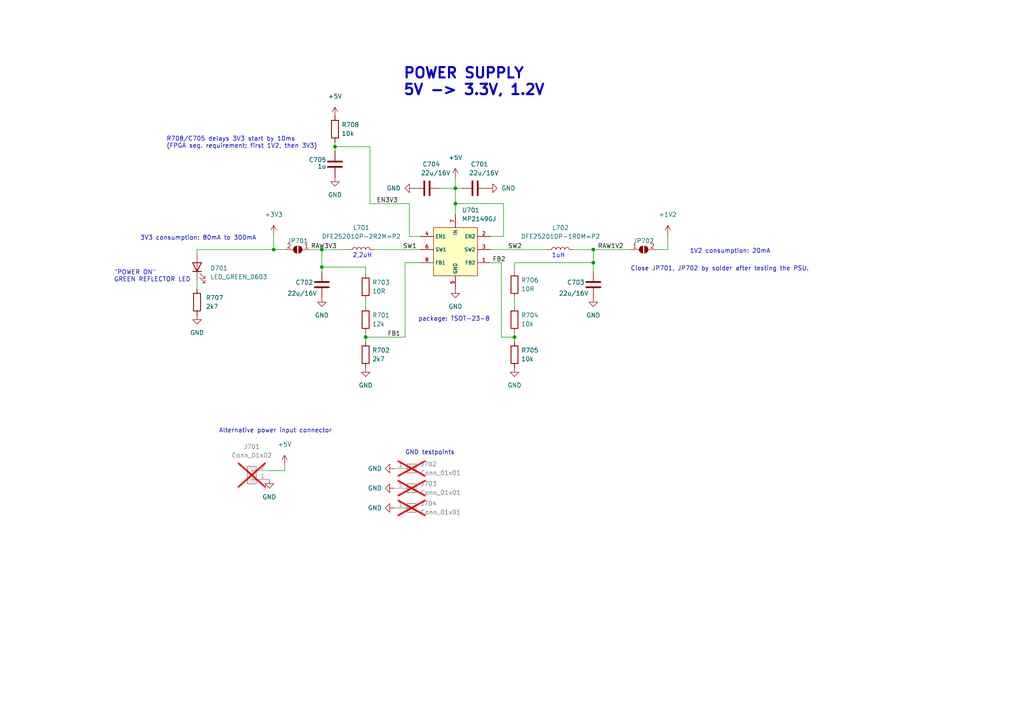
<source format=kicad_sch>
(kicad_sch (version 20230121) (generator eeschema)
  (paper "A4")
  (title_block (title "X65-SBC") (date "2024-02-12") (rev "revB1") (company "FOR X65.EU DESIGNED BY JSYKORA.INFO") (comment 1 "Power supplies 3.3V and 1.2V"))
  (lib_symbols
    (symbol "Connector_Generic:Conn_01x01" (pin_names (offset 1.016) hide)
      (property "Reference" "J" (at 0 2.54 0))
      (property "Value" "Conn_01x01" (at 0 -2.54 0))
      (symbol "Conn_01x01_1_1"
        (rectangle (start -1.27 0.127) (end 0 -0.127) (stroke (width 0.1524)))
        (rectangle (start -1.27 1.27) (end 1.27 -1.27) (stroke (width 0.254)) (fill (type background)))
        (pin passive line (at -5.08 0 0) (length 3.81) (name "Pin_1") (number "1"))
      )
    )
    (symbol "Connector_Generic:Conn_01x02" (pin_names (offset 1.016) hide)
      (property "Reference" "J" (at 0 2.54 0))
      (property "Value" "Conn_01x02" (at 0 -5.08 0))
      (symbol "Conn_01x02_1_1"
        (rectangle (start -1.27 -2.413) (end 0 -2.667) (stroke (width 0.1524)))
        (rectangle (start -1.27 0.127) (end 0 -0.127) (stroke (width 0.1524)))
        (rectangle (start -1.27 1.27) (end 1.27 -3.81) (stroke (width 0.254)) (fill (type background)))
        (pin passive line (at -5.08 0 0) (length 3.81) (name "Pin_1") (number "1"))
        (pin passive line (at -5.08 -2.54 0) (length 3.81) (name "Pin_2") (number "2"))
      )
    )
    (symbol "Device:C" (pin_numbers hide) (pin_names (offset 0.254))
      (property "Reference" "C" (at 0.635 2.54 0))
      (property "Value" "C" (at 0.635 -2.54 0))
      (symbol "C_0_1"
        (polyline (pts (xy -2.032 -0.762) (xy 2.032 -0.762)) (stroke (width 0.508)))
        (polyline (pts (xy -2.032 0.762) (xy 2.032 0.762)) (stroke (width 0.508)))
      )
      (symbol "C_1_1"
        (pin passive line (at 0 3.81 270) (length 2.794) (name "~") (number "1"))
        (pin passive line (at 0 -3.81 90) (length 2.794) (name "~") (number "2"))
      )
    )
    (symbol "Device:L" (pin_numbers hide) (pin_names (offset 1.016) hide)
      (property "Reference" "L" (at -1.27 0 90))
      (property "Value" "L" (at 1.905 0 90))
      (symbol "L_0_1"
        (arc (start 0 -2.54) (mid 0.6323 -1.905) (end 0 -1.27))
        (arc (start 0 -1.27) (mid 0.6323 -0.635) (end 0 0))
        (arc (start 0 0) (mid 0.6323 0.635) (end 0 1.27))
        (arc (start 0 1.27) (mid 0.6323 1.905) (end 0 2.54))
      )
      (symbol "L_1_1"
        (pin passive line (at 0 3.81 270) (length 1.27) (name "1") (number "1"))
        (pin passive line (at 0 -3.81 90) (length 1.27) (name "2") (number "2"))
      )
    )
    (symbol "Device:LED" (pin_numbers hide) (pin_names (offset 1.016) hide)
      (property "Reference" "D" (at 0 2.54 0))
      (property "Value" "LED" (at 0 -2.54 0))
      (symbol "LED_0_1"
        (polyline (pts (xy -1.27 -1.27) (xy -1.27 1.27)) (stroke (width 0.254)))
        (polyline (pts (xy -1.27 0) (xy 1.27 0)))
        (polyline (pts (xy 1.27 -1.27) (xy 1.27 1.27) (xy -1.27 0) (xy 1.27 -1.27)) (stroke (width 0.254)))
        (polyline (pts (xy -3.048 -0.762) (xy -4.572 -2.286) (xy -3.81 -2.286) (xy -4.572 -2.286) (xy -4.572 -1.524)))
        (polyline (pts (xy -1.778 -0.762) (xy -3.302 -2.286) (xy -2.54 -2.286) (xy -3.302 -2.286) (xy -3.302 -1.524)))
      )
      (symbol "LED_1_1"
        (pin passive line (at -3.81 0 0) (length 2.54) (name "K") (number "1"))
        (pin passive line (at 3.81 0 180) (length 2.54) (name "A") (number "2"))
      )
    )
    (symbol "Device:R" (pin_numbers hide) (pin_names (offset 0))
      (property "Reference" "R" (at 2.032 0 90))
      (property "Value" "R" (at 0 0 90))
      (symbol "R_0_1"
        (rectangle (start -1.016 -2.54) (end 1.016 2.54) (stroke (width 0.254)))
      )
      (symbol "R_1_1"
        (pin passive line (at 0 3.81 270) (length 1.27) (name "~") (number "1"))
        (pin passive line (at 0 -3.81 90) (length 1.27) (name "~") (number "2"))
      )
    )
    (symbol "Jumper:SolderJumper_2_Open" (pin_names (offset 0) hide)
      (property "Reference" "JP" (at 0 2.032 0))
      (property "Value" "SolderJumper_2_Open" (at 0 -2.54 0))
      (symbol "SolderJumper_2_Open_0_1"
        (arc (start -0.254 1.016) (mid -1.2656 0) (end -0.254 -1.016))
        (arc (start -0.254 1.016) (mid -1.2656 0) (end -0.254 -1.016) (fill (type outline)))
        (polyline (pts (xy -0.254 1.016) (xy -0.254 -1.016)))
        (polyline (pts (xy 0.254 1.016) (xy 0.254 -1.016)))
        (arc (start 0.254 -1.016) (mid 1.2656 0) (end 0.254 1.016))
        (arc (start 0.254 -1.016) (mid 1.2656 0) (end 0.254 1.016) (fill (type outline)))
      )
      (symbol "SolderJumper_2_Open_1_1"
        (pin passive line (at -3.81 0 0) (length 2.54) (name "A") (number "1"))
        (pin passive line (at 3.81 0 180) (length 2.54) (name "B") (number "2"))
      )
    )
    (symbol "MPS:MP2149GJ"
      (property "Reference" "U" (at 3.81 -1.27 0))
      (property "Value" "MP2149GJ" (at 7.62 -3.81 0))
      (symbol "MP2149GJ_0_1"
        (rectangle (start -6.35 13.97) (end 6.35 0) (fill (type background)))
        (pin input line (at 10.16 3.81 180) (length 3.81) (name "FB2") (number "1"))
        (pin input line (at 10.16 11.43 180) (length 3.81) (name "EN2") (number "2"))
        (pin bidirectional line (at 10.16 7.62 180) (length 3.81) (name "SW2") (number "3"))
        (pin input line (at -10.16 11.43 0) (length 3.81) (name "EN1") (number "4"))
        (pin power_in line (at 0 -3.81 90) (length 3.81) (name "GND") (number "5"))
        (pin bidirectional line (at -10.16 7.62 0) (length 3.81) (name "SW1") (number "6"))
        (pin power_in line (at 0 17.78 270) (length 3.81) (name "IN") (number "7"))
        (pin input line (at -10.16 3.81 0) (length 3.81) (name "FB1") (number "8"))
      )
    )
    (symbol "power:+1V2" (power) (pin_names (offset 0))
      (property "Value" "+1V2" (at 0 3.556 0))
      (symbol "+1V2_0_1"
        (polyline (pts (xy -0.762 1.27) (xy 0 2.54)))
        (polyline (pts (xy 0 0) (xy 0 2.54)))
        (polyline (pts (xy 0 2.54) (xy 0.762 1.27)))
      )
      (symbol "+1V2_1_1"
        (pin power_in line (at 0 0 90) (length 0) hide (name "+1V2") (number "1"))
      )
    )
    (symbol "power:+3V3" (power) (pin_names (offset 0))
      (property "Value" "+3V3" (at 0 3.556 0))
      (symbol "+3V3_0_1"
        (polyline (pts (xy -0.762 1.27) (xy 0 2.54)))
        (polyline (pts (xy 0 0) (xy 0 2.54)))
        (polyline (pts (xy 0 2.54) (xy 0.762 1.27)))
      )
      (symbol "+3V3_1_1"
        (pin power_in line (at 0 0 90) (length 0) hide (name "+3V3") (number "1"))
      )
    )
    (symbol "power:+5V" (power) (pin_names (offset 0))
      (property "Value" "+5V" (at 0 3.556 0))
      (symbol "+5V_0_1"
        (polyline (pts (xy -0.762 1.27) (xy 0 2.54)))
        (polyline (pts (xy 0 0) (xy 0 2.54)))
        (polyline (pts (xy 0 2.54) (xy 0.762 1.27)))
      )
      (symbol "+5V_1_1"
        (pin power_in line (at 0 0 90) (length 0) hide (name "+5V") (number "1"))
      )
    )
    (symbol "power:GND" (power) (pin_names (offset 0))
      (property "Value" "GND" (at 0 -3.81 0))
      (symbol "GND_0_1"
        (polyline (pts (xy 0 0) (xy 0 -1.27) (xy 1.27 -1.27) (xy 0 -2.54) (xy -1.27 -1.27) (xy 0 -1.27)))
      )
      (symbol "GND_1_1"
        (pin power_in line (at 0 0 270) (length 0) hide (name "GND") (number "1"))
      )
    )
  )
  (junction (at 132.08 54.61))
  (junction (at 149.225 97.79))
  (junction (at 106.045 97.79))
  (junction (at 79.375 72.39))
  (junction (at 93.345 72.39))
  (junction (at 97.155 42.545))
  (junction (at 93.345 77.47))
  (junction (at 172.085 72.39))
  (junction (at 132.08 59.055))
  (junction (at 172.085 76.2))
  (wire (pts (xy 166.37 72.39) (xy 172.085 72.39)))
  (wire (pts (xy 149.225 97.79) (xy 149.225 96.52)))
  (wire (pts (xy 132.08 51.435) (xy 132.08 54.61)))
  (wire (pts (xy 106.045 96.52) (xy 106.045 97.79)))
  (wire (pts (xy 106.045 86.995) (xy 106.045 88.9)))
  (wire (pts (xy 142.24 76.2) (xy 145.415 76.2)))
  (wire (pts (xy 106.045 97.79) (xy 106.045 99.06)))
  (wire (pts (xy 132.08 59.055) (xy 132.08 62.23)))
  (wire (pts (xy 90.17 72.39) (xy 93.345 72.39)))
  (wire (pts (xy 117.475 76.2) (xy 117.475 97.79)))
  (wire (pts (xy 93.345 72.39) (xy 93.345 77.47)))
  (wire (pts (xy 82.55 136.525) (xy 82.55 134.62)))
  (wire (pts (xy 146.05 59.055) (xy 132.08 59.055)))
  (wire (pts (xy 149.225 76.2) (xy 149.225 78.74)))
  (wire (pts (xy 97.155 42.545) (xy 97.155 43.815)))
  (wire (pts (xy 79.375 72.39) (xy 57.15 72.39)))
  (wire (pts (xy 149.225 86.36) (xy 149.225 88.9)))
  (wire (pts (xy 82.55 72.39) (xy 79.375 72.39)))
  (wire (pts (xy 146.05 68.58) (xy 146.05 59.055)))
  (wire (pts (xy 117.475 97.79) (xy 106.045 97.79)))
  (wire (pts (xy 78.105 136.525) (xy 82.55 136.525)))
  (wire (pts (xy 118.745 68.58) (xy 121.92 68.58)))
  (wire (pts (xy 193.675 67.945) (xy 193.675 72.39)))
  (wire (pts (xy 127.635 54.61) (xy 132.08 54.61)))
  (wire (pts (xy 93.345 77.47) (xy 106.045 77.47)))
  (wire (pts (xy 172.085 72.39) (xy 172.085 76.2)))
  (wire (pts (xy 57.15 81.28) (xy 57.15 83.82)))
  (wire (pts (xy 100.965 72.39) (xy 93.345 72.39)))
  (wire (pts (xy 172.085 72.39) (xy 182.88 72.39)))
  (wire (pts (xy 193.675 72.39) (xy 190.5 72.39)))
  (wire (pts (xy 121.92 76.2) (xy 117.475 76.2)))
  (wire (pts (xy 149.225 76.2) (xy 172.085 76.2)))
  (wire (pts (xy 93.345 77.47) (xy 93.345 78.74)))
  (wire (pts (xy 149.225 97.79) (xy 149.225 99.06)))
  (wire (pts (xy 107.315 42.545) (xy 97.155 42.545)))
  (wire (pts (xy 107.315 59.055) (xy 107.315 42.545)))
  (wire (pts (xy 132.08 54.61) (xy 133.985 54.61)))
  (wire (pts (xy 142.24 68.58) (xy 146.05 68.58)))
  (wire (pts (xy 145.415 97.79) (xy 149.225 97.79)))
  (wire (pts (xy 118.745 68.58) (xy 118.745 59.055)))
  (wire (pts (xy 79.375 67.945) (xy 79.375 72.39)))
  (wire (pts (xy 142.24 72.39) (xy 158.75 72.39)))
  (wire (pts (xy 145.415 76.2) (xy 145.415 97.79)))
  (wire (pts (xy 97.155 41.275) (xy 97.155 42.545)))
  (wire (pts (xy 118.745 59.055) (xy 107.315 59.055)))
  (wire (pts (xy 57.15 72.39) (xy 57.15 73.66)))
  (wire (pts (xy 172.085 76.2) (xy 172.085 78.74)))
  (wire (pts (xy 106.045 77.47) (xy 106.045 79.375)))
  (wire (pts (xy 132.08 54.61) (xy 132.08 59.055)))
  (wire (pts (xy 108.585 72.39) (xy 121.92 72.39)))
  (text "1uH" (at 160.02 74.93 0) (effects (font (size 1.27 1.27)) (justify left bottom)))
  (text "2,2uH" (at 102.235 74.93 0) (effects (font (size 1.27 1.27)) (justify left bottom)))
  (text "\"POWER ON\"\nGREEN REFLECTOR LED" (at 33.02 81.915 0) (effects (font (size 1.27 1.27)) (justify left bottom)))
  (text "POWER SUPPLY\n5V -> 3.3V, 1.2V" (at 116.84 27.94 0) (effects (font (size 3 3) (thickness 0.6) bold) (justify left bottom)))
  (text "1V2 consumption: 20mA" (at 200.025 73.66 0) (effects (font (size 1.27 1.27)) (justify left bottom)))
  (text "GND testpoints" (at 117.475 132.08 0) (effects (font (size 1.27 1.27)) (justify left bottom)))
  (text "package: TSOT-23-8" (at 121.285 93.345 0) (effects (font (size 1.27 1.27)) (justify left bottom)))
  (text "Close JP701, JP702 by solder after testing the PSU." (at 182.88 78.74 0) (effects (font (size 1.27 1.27)) (justify left bottom)))
  (text "Alternative power input connector" (at 63.5 125.73 0) (effects (font (size 1.27 1.27)) (justify left bottom)))
  (text "R708/C705 delays 3V3 start by 10ms\n(FPGA seq. requirement: first 1V2, then 3V3)" (at 48.26 43.18 0) (effects (font (size 1.27 1.27)) (justify left bottom)))
  (text "3V3 consumption: 80mA to 300mA" (at 40.64 69.85 0) (effects (font (size 1.27 1.27)) (justify left bottom)))
  (label "RAW1V2" (at 173.355 72.39 0))
  (label "SW2" (at 147.32 72.39 0))
  (label "RAW3V3" (at 90.17 72.39 0))
  (label "SW1" (at 116.84 72.39 0))
  (label "FB1" (at 112.395 97.79 0))
  (label "FB2" (at 142.875 76.2 0))
  (label "EN3V3" (at 109.22 59.055 0))
  (symbol (lib_id "Connector_Generic:Conn_01x02") (at 73.025 139.065 180) (unit 1) (in_bom no) (dnp yes)
    (property "Reference" "J701" (at 73.025 129.54 0))
    (property "Value" "Conn_01x02" (at 73.025 132.08 0))
    (property "Footprint" "Connector_PinHeader_2.54mm:PinHeader_1x02_P2.54mm_Vertical" (effects hide))
  )
  (symbol (lib_id "Device:R") (at 57.15 87.63 0) (unit 1)
    (property "Reference" "R707" (at 59.69 86.3599 0) (effects (justify left)))
    (property "Value" "2k7" (at 59.69 88.8999 0) (effects (justify left)))
    (property "Footprint" "Resistor_SMD:R_0603_1608Metric_Pad0.98x0.95mm_HandSolder" (effects hide))
  )
  (symbol (lib_id "power:GND") (at 106.045 106.68 0) (unit 1)
    (property "Reference" "#PWR0705" (effects hide))
    (property "Value" "GND" (at 106.045 111.76 0))
  )
  (symbol (lib_id "power:GND") (at 172.085 86.36 0) (unit 1)
    (property "Reference" "#PWR0708" (effects hide))
    (property "Value" "GND" (at 172.085 91.44 0))
  )
  (symbol (lib_id "power:GND") (at 120.015 54.61 270) (unit 1)
    (property "Reference" "#PWR0715" (effects hide))
    (property "Value" "GND" (at 116.205 54.61 90) (effects (justify right)))
  )
  (symbol (lib_id "Device:C") (at 97.155 47.625 0) (unit 1)
    (property "Reference" "C705" (at 89.535 46.355 0) (effects (justify left)))
    (property "Value" "1u" (at 92.075 48.26 0) (effects (justify left)))
    (property "Footprint" "Capacitor_SMD:C_0603_1608Metric_Pad1.08x0.95mm_HandSolder" (effects hide))
  )
  (symbol (lib_id "Device:C") (at 93.345 82.55 180) (unit 1)
    (property "Reference" "C702" (at 88.265 81.915 0))
    (property "Value" "22u/16V" (at 87.63 85.09 0))
    (property "Footprint" "Capacitor_SMD:C_0805_2012Metric_Pad1.18x1.45mm_HandSolder" (effects hide))
  )
  (symbol (lib_id "power:GND") (at 93.345 86.36 0) (unit 1)
    (property "Reference" "#PWR0704" (effects hide))
    (property "Value" "GND" (at 93.345 91.44 0))
  )
  (symbol (lib_id "power:+3V3") (at 79.375 67.945 0) (unit 1)
    (property "Reference" "#PWR0706" (effects hide))
    (property "Value" "+3V3" (at 79.375 62.23 0))
  )
  (symbol (lib_id "MPS:MP2149GJ") (at 132.08 80.01 0) (unit 1)
    (property "Reference" "U701" (at 133.9597 60.96 0) (effects (justify left)))
    (property "Value" "MP2149GJ" (at 133.9597 63.5 0) (effects (justify left)))
    (property "Footprint" "Package_TO_SOT_SMD:TSOT-23-8_HandSoldering" (effects hide))
  )
  (symbol (lib_id "Device:C") (at 123.825 54.61 90) (unit 1)
    (property "Reference" "C704" (at 125.095 47.625 90))
    (property "Value" "22u/16V" (at 126.365 50.165 90))
    (property "Footprint" "Capacitor_SMD:C_0805_2012Metric_Pad1.18x1.45mm_HandSolder" (effects hide))
  )
  (symbol (lib_id "Device:R") (at 106.045 102.87 0) (unit 1)
    (property "Reference" "R702" (at 107.95 101.6 0) (effects (justify left)))
    (property "Value" "2k7" (at 107.95 104.14 0) (effects (justify left)))
    (property "Footprint" "Resistor_SMD:R_0603_1608Metric_Pad0.98x0.95mm_HandSolder" (effects hide))
  )
  (symbol (lib_id "Jumper:SolderJumper_2_Open") (at 186.69 72.39 0) (unit 1) (in_bom no)
    (property "Reference" "JP702" (at 186.69 69.85 0))
    (property "Value" "SolderJumper_2_Bridged" (effects hide))
    (property "Footprint" "Jumper:SolderJumper-2_P1.3mm_Open_RoundedPad1.0x1.5mm" (effects hide))
  )
  (symbol (lib_id "Connector_Generic:Conn_01x01") (at 119.38 135.89 0) (unit 1) (in_bom no) (dnp yes)
    (property "Reference" "J702" (at 121.92 134.6199 0) (effects (justify left)))
    (property "Value" "Conn_01x01" (at 121.92 137.1599 0) (effects (justify left)))
    (property "Footprint" "Connector_PinHeader_2.54mm:PinHeader_1x01_P2.54mm_Vertical" (effects hide))
  )
  (symbol (lib_id "power:GND") (at 114.3 135.89 270) (unit 1)
    (property "Reference" "#PWR0713" (effects hide))
    (property "Value" "GND" (at 106.68 135.89 90) (effects (justify left)))
  )
  (symbol (lib_id "Device:LED") (at 57.15 77.47 90) (unit 1)
    (property "Reference" "D701" (at 60.96 77.7874 90) (effects (justify right)))
    (property "Value" "LED_GREEN_0603" (at 60.96 80.3274 90) (effects (justify right)))
    (property "Footprint" "LED_SMD:LED_0603_1608Metric_Pad1.05x0.95mm_HandSolder" (effects hide))
  )
  (symbol (lib_id "power:GND") (at 141.605 54.61 90) (unit 1)
    (property "Reference" "#PWR0703" (effects hide))
    (property "Value" "GND" (at 145.415 54.6099 90) (effects (justify right)))
  )
  (symbol (lib_id "Device:R") (at 106.045 83.185 0) (unit 1)
    (property "Reference" "R703" (at 107.95 81.9149 0) (effects (justify left)))
    (property "Value" "10R" (at 107.95 84.4549 0) (effects (justify left)))
    (property "Footprint" "Resistor_SMD:R_0603_1608Metric_Pad0.98x0.95mm_HandSolder" (effects hide))
  )
  (symbol (lib_id "Jumper:SolderJumper_2_Open") (at 86.36 72.39 180) (unit 1) (in_bom no)
    (property "Reference" "JP701" (at 86.36 69.85 0))
    (property "Value" "SolderJumper_2_Bridged" (effects hide))
    (property "Footprint" "Jumper:SolderJumper-2_P1.3mm_Open_RoundedPad1.0x1.5mm" (effects hide))
  )
  (symbol (lib_id "Device:R") (at 149.225 92.71 0) (unit 1)
    (property "Reference" "R704" (at 151.13 91.44 0) (effects (justify left)))
    (property "Value" "10k" (at 151.13 93.98 0) (effects (justify left)))
    (property "Footprint" "Resistor_SMD:R_0603_1608Metric_Pad0.98x0.95mm_HandSolder" (effects hide))
  )
  (symbol (lib_id "power:GND") (at 149.225 106.68 0) (unit 1)
    (property "Reference" "#PWR0707" (effects hide))
    (property "Value" "GND" (at 149.225 111.76 0))
  )
  (symbol (lib_id "power:GND") (at 114.3 141.605 270) (unit 1)
    (property "Reference" "#PWR0714" (effects hide))
    (property "Value" "GND" (at 106.68 141.605 90) (effects (justify left)))
  )
  (symbol (lib_id "power:GND") (at 132.08 83.82 0) (unit 1)
    (property "Reference" "#PWR0702" (effects hide))
    (property "Value" "GND" (at 132.08 88.9 0))
  )
  (symbol (lib_id "Device:R") (at 97.155 37.465 0) (unit 1)
    (property "Reference" "R708" (at 99.06 36.195 0) (effects (justify left)))
    (property "Value" "10k" (at 99.06 38.735 0) (effects (justify left)))
    (property "Footprint" "Resistor_SMD:R_0603_1608Metric_Pad0.98x0.95mm_HandSolder" (effects hide))
  )
  (symbol (lib_id "power:GND") (at 114.3 147.32 270) (unit 1)
    (property "Reference" "#PWR0718" (effects hide))
    (property "Value" "GND" (at 106.68 147.32 90) (effects (justify left)))
  )
  (symbol (lib_id "Device:C") (at 137.795 54.61 90) (unit 1)
    (property "Reference" "C701" (at 139.065 47.625 90))
    (property "Value" "22u/16V" (at 140.335 50.165 90))
    (property "Footprint" "Capacitor_SMD:C_0805_2012Metric_Pad1.18x1.45mm_HandSolder" (effects hide))
  )
  (symbol (lib_id "power:GND") (at 97.155 51.435 0) (unit 1)
    (property "Reference" "#PWR0716" (effects hide))
    (property "Value" "GND" (at 97.155 56.515 0))
  )
  (symbol (lib_id "power:+5V") (at 97.155 33.655 0) (unit 1)
    (property "Reference" "#PWR0717" (effects hide))
    (property "Value" "+5V" (at 97.155 27.94 0))
  )
  (symbol (lib_id "Device:C") (at 172.085 82.55 180) (unit 1)
    (property "Reference" "C703" (at 167.005 81.915 0))
    (property "Value" "22u/16V" (at 166.37 85.09 0))
    (property "Footprint" "Capacitor_SMD:C_0805_2012Metric_Pad1.18x1.45mm_HandSolder" (effects hide))
  )
  (symbol (lib_id "Device:R") (at 106.045 92.71 0) (unit 1)
    (property "Reference" "R701" (at 107.95 91.44 0) (effects (justify left)))
    (property "Value" "12k" (at 107.95 93.98 0) (effects (justify left)))
    (property "Footprint" "Resistor_SMD:R_0603_1608Metric_Pad0.98x0.95mm_HandSolder" (effects hide))
  )
  (symbol (lib_id "power:+5V") (at 132.08 51.435 0) (unit 1)
    (property "Reference" "#PWR0701" (effects hide))
    (property "Value" "+5V" (at 132.08 45.72 0))
  )
  (symbol (lib_id "power:GND") (at 78.105 139.065 0) (unit 1)
    (property "Reference" "#PWR0711" (effects hide))
    (property "Value" "GND" (at 78.105 144.145 0))
  )
  (symbol (lib_id "Device:R") (at 149.225 102.87 0) (unit 1)
    (property "Reference" "R705" (at 151.13 101.6 0) (effects (justify left)))
    (property "Value" "10k" (at 151.13 104.14 0) (effects (justify left)))
    (property "Footprint" "Resistor_SMD:R_0603_1608Metric_Pad0.98x0.95mm_HandSolder" (effects hide))
  )
  (symbol (lib_id "power:+1V2") (at 193.675 67.945 0) (unit 1)
    (property "Reference" "#PWR0709" (effects hide))
    (property "Value" "+1V2" (at 193.675 62.23 0))
  )
  (symbol (lib_id "Connector_Generic:Conn_01x01") (at 119.38 141.605 0) (unit 1) (in_bom no) (dnp yes)
    (property "Reference" "J703" (at 121.92 140.3349 0) (effects (justify left)))
    (property "Value" "Conn_01x01" (at 121.92 142.8749 0) (effects (justify left)))
    (property "Footprint" "Connector_PinHeader_2.54mm:PinHeader_1x01_P2.54mm_Vertical" (effects hide))
  )
  (symbol (lib_id "Connector_Generic:Conn_01x01") (at 119.38 147.32 0) (unit 1) (in_bom no) (dnp yes)
    (property "Reference" "J704" (at 121.92 146.0499 0) (effects (justify left)))
    (property "Value" "Conn_01x01" (at 121.92 148.5899 0) (effects (justify left)))
    (property "Footprint" "Connector_PinHeader_2.54mm:PinHeader_1x01_P2.54mm_Vertical" (effects hide))
  )
  (symbol (lib_id "power:+5V") (at 82.55 134.62 0) (unit 1)
    (property "Reference" "#PWR0712" (effects hide))
    (property "Value" "+5V" (at 82.55 128.905 0))
  )
  (symbol (lib_id "Device:L") (at 104.775 72.39 90) (unit 1)
    (property "Reference" "L701" (at 104.775 66.04 90))
    (property "Value" "DFE252010P-2R2M=P2" (at 104.775 68.58 90))
    (property "Footprint" "Inductor_SMD:L_1008_2520Metric_Pad1.43x2.20mm_HandSolder" (effects hide))
  )
  (symbol (lib_id "power:GND") (at 57.15 91.44 0) (unit 1)
    (property "Reference" "#PWR0710" (effects hide))
    (property "Value" "GND" (at 57.15 96.52 0))
  )
  (symbol (lib_id "Device:L") (at 162.56 72.39 90) (unit 1)
    (property "Reference" "L702" (at 162.56 66.04 90))
    (property "Value" "DFE252010P-1R0M=P2" (at 162.56 68.58 90))
    (property "Footprint" "Inductor_SMD:L_1008_2520Metric_Pad1.43x2.20mm_HandSolder" (effects hide))
  )
  (symbol (lib_id "Device:R") (at 149.225 82.55 0) (unit 1)
    (property "Reference" "R706" (at 151.13 81.2799 0) (effects (justify left)))
    (property "Value" "10R" (at 151.13 83.8199 0) (effects (justify left)))
    (property "Footprint" "Resistor_SMD:R_0603_1608Metric_Pad0.98x0.95mm_HandSolder" (effects hide))
  )
)
</source>
